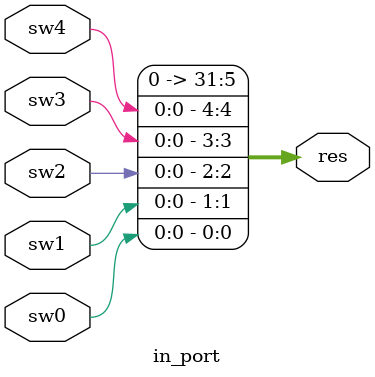
<source format=v>
module in_port(sw0, sw1, sw2, sw3, sw4, res);
	input sw0, sw1, sw2, sw3, sw4;
	output [31: 0] res;
	assign res = {27'b0, sw4, sw3, sw2, sw1, sw0};
endmodule
</source>
